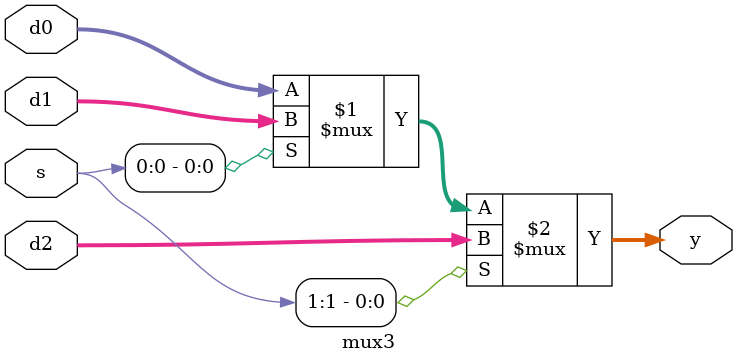
<source format=sv>

module mux3 #(parameter WIDTH = 32)
(
  input  logic [WIDTH-1:0] d0, d1, d2, // Data In
  input  logic       [1:0] s,          // Select
  output logic [WIDTH-1:0] y           // Data Out
);

  assign y = s[1] ? d2 :
             s[0] ? d1 :
                    d0 ;

endmodule

</source>
